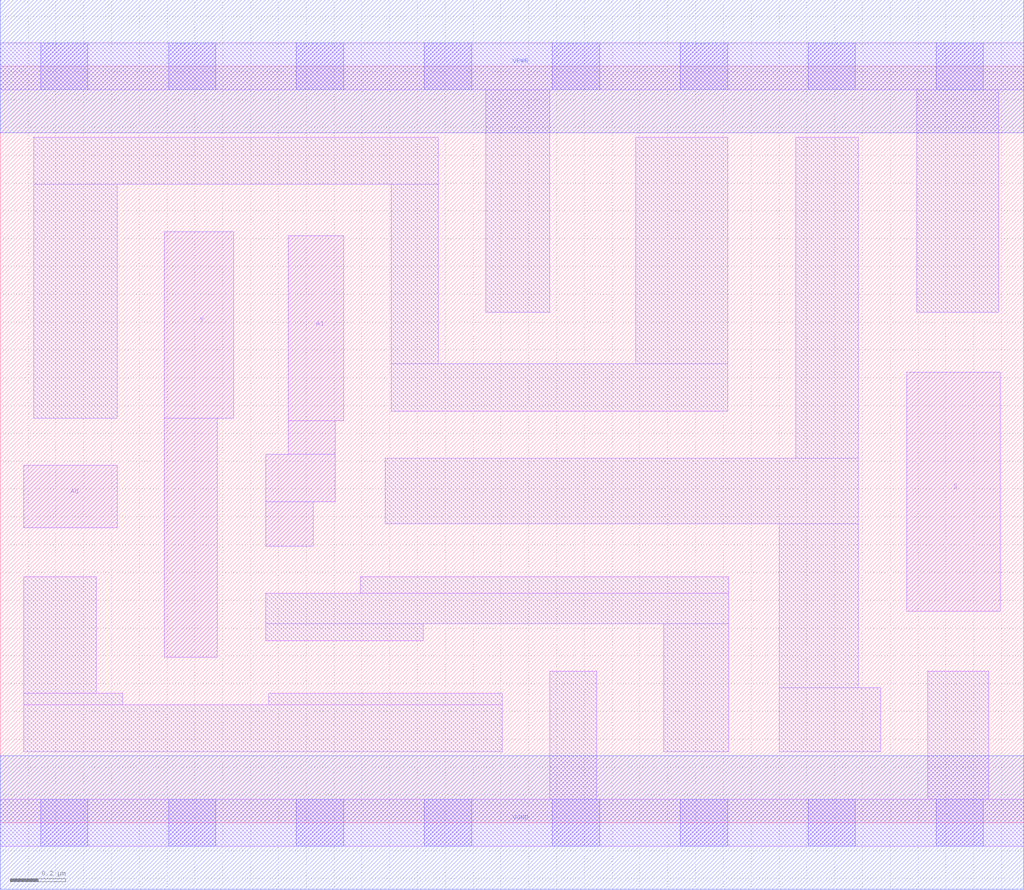
<source format=lef>
# Copyright 2020 The SkyWater PDK Authors
#
# Licensed under the Apache License, Version 2.0 (the "License");
# you may not use this file except in compliance with the License.
# You may obtain a copy of the License at
#
#     https://www.apache.org/licenses/LICENSE-2.0
#
# Unless required by applicable law or agreed to in writing, software
# distributed under the License is distributed on an "AS IS" BASIS,
# WITHOUT WARRANTIES OR CONDITIONS OF ANY KIND, either express or implied.
# See the License for the specific language governing permissions and
# limitations under the License.
#
# SPDX-License-Identifier: Apache-2.0

VERSION 5.7 ;
  NOWIREEXTENSIONATPIN ON ;
  DIVIDERCHAR "/" ;
  BUSBITCHARS "[]" ;
UNITS
  DATABASE MICRONS 200 ;
END UNITS
MACRO sky130_fd_sc_hd__mux2i_1
  CLASS CORE ;
  FOREIGN sky130_fd_sc_hd__mux2i_1 ;
  ORIGIN  0.000000  0.000000 ;
  SIZE  3.680000 BY  2.720000 ;
  SYMMETRY X Y R90 ;
  SITE unithd ;
  PIN A0
    ANTENNAGATEAREA  0.247500 ;
    DIRECTION INPUT ;
    USE SIGNAL ;
    PORT
      LAYER li1 ;
        RECT 0.085000 1.060000 0.420000 1.285000 ;
    END
  END A0
  PIN A1
    ANTENNAGATEAREA  0.247500 ;
    DIRECTION INPUT ;
    USE SIGNAL ;
    PORT
      LAYER li1 ;
        RECT 0.955000 0.995000 1.125000 1.155000 ;
        RECT 0.955000 1.155000 1.205000 1.325000 ;
        RECT 1.035000 1.325000 1.205000 1.445000 ;
        RECT 1.035000 1.445000 1.235000 2.110000 ;
    END
  END A1
  PIN S
    ANTENNAGATEAREA  0.495000 ;
    DIRECTION INPUT ;
    USE SIGNAL ;
    PORT
      LAYER li1 ;
        RECT 3.260000 0.760000 3.595000 1.620000 ;
    END
  END S
  PIN Y
    ANTENNADIFFAREA  0.480500 ;
    DIRECTION OUTPUT ;
    USE SIGNAL ;
    PORT
      LAYER li1 ;
        RECT 0.590000 0.595000 0.780000 1.455000 ;
        RECT 0.590000 1.455000 0.840000 2.125000 ;
    END
  END Y
  PIN VGND
    DIRECTION INOUT ;
    SHAPE ABUTMENT ;
    USE GROUND ;
    PORT
      LAYER met1 ;
        RECT 0.000000 -0.240000 3.680000 0.240000 ;
    END
  END VGND
  PIN VPWR
    DIRECTION INOUT ;
    SHAPE ABUTMENT ;
    USE POWER ;
    PORT
      LAYER met1 ;
        RECT 0.000000 2.480000 3.680000 2.960000 ;
    END
  END VPWR
  OBS
    LAYER li1 ;
      RECT 0.000000 -0.085000 3.680000 0.085000 ;
      RECT 0.000000  2.635000 3.680000 2.805000 ;
      RECT 0.085000  0.255000 1.805000 0.425000 ;
      RECT 0.085000  0.425000 0.440000 0.465000 ;
      RECT 0.085000  0.465000 0.345000 0.885000 ;
      RECT 0.120000  1.455000 0.420000 2.295000 ;
      RECT 0.120000  2.295000 1.575000 2.465000 ;
      RECT 0.955000  0.655000 1.520000 0.715000 ;
      RECT 0.955000  0.715000 2.620000 0.825000 ;
      RECT 0.965000  0.425000 1.805000 0.465000 ;
      RECT 1.295000  0.825000 2.620000 0.885000 ;
      RECT 1.385000  1.075000 3.085000 1.310000 ;
      RECT 1.405000  1.480000 2.615000 1.650000 ;
      RECT 1.405000  1.650000 1.575000 2.295000 ;
      RECT 1.745000  1.835000 1.975000 2.635000 ;
      RECT 1.975000  0.085000 2.145000 0.545000 ;
      RECT 2.285000  1.650000 2.615000 2.465000 ;
      RECT 2.385000  0.255000 2.620000 0.715000 ;
      RECT 2.800000  0.255000 3.165000 0.485000 ;
      RECT 2.800000  0.485000 3.085000 1.075000 ;
      RECT 2.860000  1.310000 3.085000 2.465000 ;
      RECT 3.295000  1.835000 3.590000 2.635000 ;
      RECT 3.335000  0.085000 3.555000 0.545000 ;
    LAYER mcon ;
      RECT 0.145000 -0.085000 0.315000 0.085000 ;
      RECT 0.145000  2.635000 0.315000 2.805000 ;
      RECT 0.605000 -0.085000 0.775000 0.085000 ;
      RECT 0.605000  2.635000 0.775000 2.805000 ;
      RECT 1.065000 -0.085000 1.235000 0.085000 ;
      RECT 1.065000  2.635000 1.235000 2.805000 ;
      RECT 1.525000 -0.085000 1.695000 0.085000 ;
      RECT 1.525000  2.635000 1.695000 2.805000 ;
      RECT 1.985000 -0.085000 2.155000 0.085000 ;
      RECT 1.985000  2.635000 2.155000 2.805000 ;
      RECT 2.445000 -0.085000 2.615000 0.085000 ;
      RECT 2.445000  2.635000 2.615000 2.805000 ;
      RECT 2.905000 -0.085000 3.075000 0.085000 ;
      RECT 2.905000  2.635000 3.075000 2.805000 ;
      RECT 3.365000 -0.085000 3.535000 0.085000 ;
      RECT 3.365000  2.635000 3.535000 2.805000 ;
  END
END sky130_fd_sc_hd__mux2i_1
END LIBRARY

</source>
